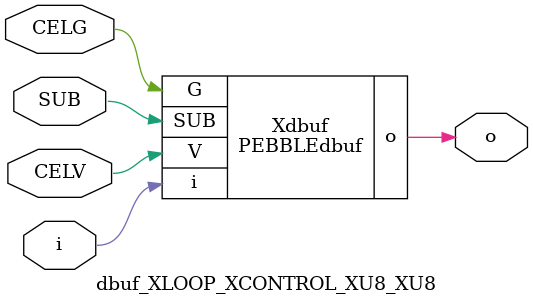
<source format=v>



module PEBBLEdbuf ( o, G, SUB, V, i );

  input V;
  input i;
  input G;
  output o;
  input SUB;
endmodule

//Celera Confidential Do Not Copy dbuf_XLOOP_XCONTROL_XU8_XU8
//Celera Confidential Symbol Generator
//Digital Buffer
module dbuf_XLOOP_XCONTROL_XU8_XU8 (CELV,CELG,i,o,SUB);
input CELV;
input CELG;
input i;
input SUB;
output o;

//Celera Confidential Do Not Copy dbuf
PEBBLEdbuf Xdbuf(
.V (CELV),
.i (i),
.o (o),
.SUB (SUB),
.G (CELG)
);
//,diesize,PEBBLEdbuf

//Celera Confidential Do Not Copy Module End
//Celera Schematic Generator
endmodule

</source>
